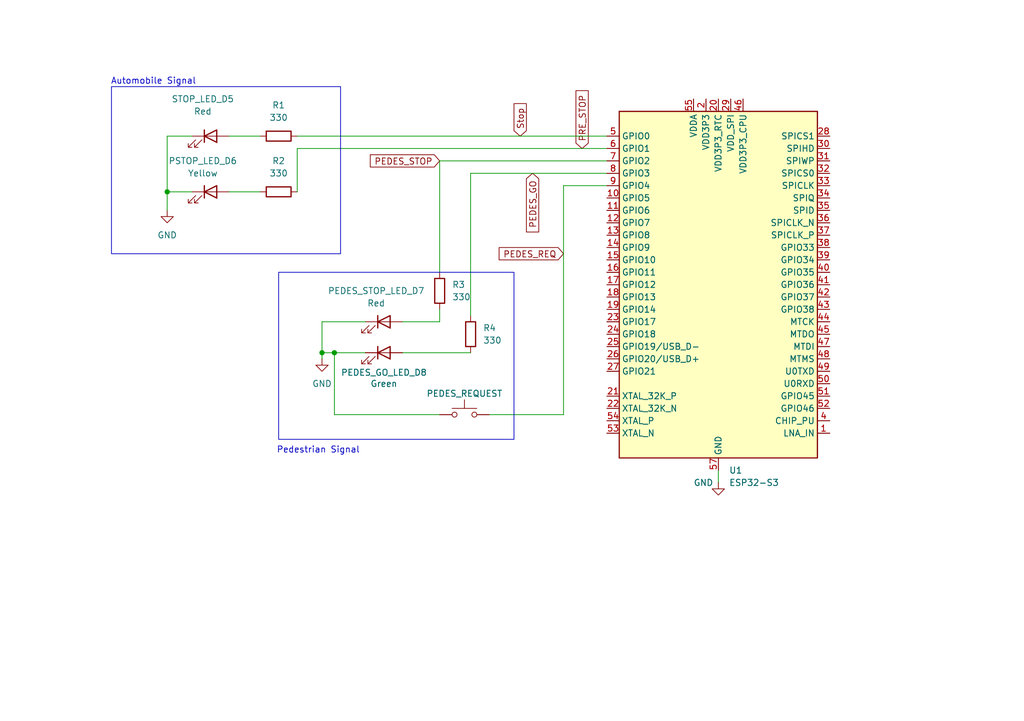
<source format=kicad_sch>
(kicad_sch (version 20231120) (generator "eeschema") (generator_version "8.0")
  (paper "A5")
  (title_block (title "4-junction (single lane) intersection traffic light") (date "2025-03-20") (rev "1") (company "AZDZ-Club") (comment 1 "New Internation Students 101 [workshop]") (comment 2 "Birnadin Erick"))
  (lib_symbols
    (symbol "Device:LED" (pin_numbers hide) (pin_names (offset 1.016) hide)
      (property "Reference" "D" (at 0 2.54 0))
      (property "Value" "LED" (at 0 -2.54 0))
      (symbol "LED_0_1"
        (polyline (pts (xy -1.27 -1.27) (xy -1.27 1.27)) (stroke (width 0.254)))
        (polyline (pts (xy -1.27 0) (xy 1.27 0)))
        (polyline (pts (xy 1.27 -1.27) (xy 1.27 1.27) (xy -1.27 0) (xy 1.27 -1.27)) (stroke (width 0.254)))
        (polyline (pts (xy -3.048 -0.762) (xy -4.572 -2.286) (xy -3.81 -2.286) (xy -4.572 -2.286) (xy -4.572 -1.524)))
        (polyline (pts (xy -1.778 -0.762) (xy -3.302 -2.286) (xy -2.54 -2.286) (xy -3.302 -2.286) (xy -3.302 -1.524)))
      )
      (symbol "LED_1_1"
        (pin passive line (at -3.81 0 0) (length 2.54) (name "K") (number "1"))
        (pin passive line (at 3.81 0 180) (length 2.54) (name "A") (number "2"))
      )
    )
    (symbol "Device:R" (pin_numbers hide) (pin_names (offset 0))
      (property "Reference" "R" (at 2.032 0 90))
      (property "Value" "R" (at 0 0 90))
      (symbol "R_0_1"
        (rectangle (start -1.016 -2.54) (end 1.016 2.54) (stroke (width 0.254)))
      )
      (symbol "R_1_1"
        (pin passive line (at 0 3.81 270) (length 1.27) (name "~") (number "1"))
        (pin passive line (at 0 -3.81 90) (length 1.27) (name "~") (number "2"))
      )
    )
    (symbol "MCU_Espressif:ESP32-S3"
      (property "Reference" "U" (at 10.16 -38.1 0))
      (property "Value" "ESP32-S3" (at 13.97 -40.64 0))
      (symbol "ESP32-S3_0_1"
        (rectangle (start -20.32 35.56) (end 20.32 -35.56) (stroke (width 0.254)) (fill (type background)))
      )
      (symbol "ESP32-S3_1_0"
        (pin bidirectional line (at 22.86 12.7 180) (length 2.54) (name "SPICLK_N") (number "36"))
        (pin bidirectional line (at 22.86 -10.16 180) (length 2.54) (name "MTDO") (number "45"))
        (pin bidirectional line (at 22.86 -22.86 180) (length 2.54) (name "GPIO45") (number "51"))
        (pin passive line (at -5.08 38.1 270) (length 2.54) hide (name "VDDA") (number "56"))
      )
      (symbol "ESP32-S3_1_1"
        (pin bidirectional line (at 22.86 -30.48 180) (length 2.54) (name "LNA_IN") (number "1"))
        (pin bidirectional line (at -22.86 17.78 0) (length 2.54) (name "GPIO5") (number "10"))
        (pin bidirectional line (at -22.86 15.24 0) (length 2.54) (name "GPIO6") (number "11"))
        (pin bidirectional line (at -22.86 12.7 0) (length 2.54) (name "GPIO7") (number "12"))
        (pin bidirectional line (at -22.86 10.16 0) (length 2.54) (name "GPIO8") (number "13"))
        (pin bidirectional line (at -22.86 7.62 0) (length 2.54) (name "GPIO9") (number "14"))
        (pin bidirectional line (at -22.86 5.08 0) (length 2.54) (name "GPIO10") (number "15"))
        (pin bidirectional line (at -22.86 2.54 0) (length 2.54) (name "GPIO11") (number "16"))
        (pin bidirectional line (at -22.86 0 0) (length 2.54) (name "GPIO12") (number "17"))
        (pin bidirectional line (at -22.86 -2.54 0) (length 2.54) (name "GPIO13") (number "18"))
        (pin bidirectional line (at -22.86 -5.08 0) (length 2.54) (name "GPIO14") (number "19"))
        (pin power_in line (at -2.54 38.1 270) (length 2.54) (name "VDD3P3") (number "2"))
        (pin power_in line (at 0 38.1 270) (length 2.54) (name "VDD3P3_RTC") (number "20"))
        (pin passive line (at -22.86 -22.86 0) (length 2.54) (name "XTAL_32K_P") (number "21"))
        (pin passive line (at -22.86 -25.4 0) (length 2.54) (name "XTAL_32K_N") (number "22"))
        (pin bidirectional line (at -22.86 -7.62 0) (length 2.54) (name "GPIO17") (number "23"))
        (pin bidirectional line (at -22.86 -10.16 0) (length 2.54) (name "GPIO18") (number "24"))
        (pin bidirectional line (at -22.86 -12.7 0) (length 2.54) (name "GPIO19/USB_D-") (number "25"))
        (pin bidirectional line (at -22.86 -15.24 0) (length 2.54) (name "GPIO20/USB_D+") (number "26"))
        (pin bidirectional line (at -22.86 -17.78 0) (length 2.54) (name "GPIO21") (number "27"))
        (pin bidirectional line (at 22.86 30.48 180) (length 2.54) (name "SPICS1") (number "28"))
        (pin power_in line (at 2.54 38.1 270) (length 2.54) (name "VDD_SPI") (number "29"))
        (pin passive line (at -2.54 38.1 270) (length 2.54) hide (name "VDD3P3") (number "3"))
        (pin bidirectional line (at 22.86 27.94 180) (length 2.54) (name "SPIHD") (number "30"))
        (pin bidirectional line (at 22.86 25.4 180) (length 2.54) (name "SPIWP") (number "31"))
        (pin bidirectional line (at 22.86 22.86 180) (length 2.54) (name "SPICS0") (number "32"))
        (pin bidirectional line (at 22.86 20.32 180) (length 2.54) (name "SPICLK") (number "33"))
        (pin bidirectional line (at 22.86 17.78 180) (length 2.54) (name "SPIQ") (number "34"))
        (pin bidirectional line (at 22.86 15.24 180) (length 2.54) (name "SPID") (number "35"))
        (pin bidirectional line (at 22.86 10.16 180) (length 2.54) (name "SPICLK_P") (number "37"))
        (pin bidirectional line (at 22.86 7.62 180) (length 2.54) (name "GPIO33") (number "38"))
        (pin bidirectional line (at 22.86 5.08 180) (length 2.54) (name "GPIO34") (number "39"))
        (pin input line (at 22.86 -27.94 180) (length 2.54) (name "CHIP_PU") (number "4"))
        (pin bidirectional line (at 22.86 2.54 180) (length 2.54) (name "GPIO35") (number "40"))
        (pin bidirectional line (at 22.86 0 180) (length 2.54) (name "GPIO36") (number "41"))
        (pin bidirectional line (at 22.86 -2.54 180) (length 2.54) (name "GPIO37") (number "42"))
        (pin bidirectional line (at 22.86 -5.08 180) (length 2.54) (name "GPIO38") (number "43"))
        (pin bidirectional line (at 22.86 -7.62 180) (length 2.54) (name "MTCK") (number "44"))
        (pin power_in line (at 5.08 38.1 270) (length 2.54) (name "VDD3P3_CPU") (number "46"))
        (pin bidirectional line (at 22.86 -12.7 180) (length 2.54) (name "MTDI") (number "47"))
        (pin bidirectional line (at 22.86 -15.24 180) (length 2.54) (name "MTMS") (number "48"))
        (pin bidirectional line (at 22.86 -17.78 180) (length 2.54) (name "U0TXD") (number "49"))
        (pin bidirectional line (at -22.86 30.48 0) (length 2.54) (name "GPIO0") (number "5"))
        (pin bidirectional line (at 22.86 -20.32 180) (length 2.54) (name "U0RXD") (number "50"))
        (pin bidirectional line (at 22.86 -25.4 180) (length 2.54) (name "GPIO46") (number "52"))
        (pin output line (at -22.86 -30.48 0) (length 2.54) (name "XTAL_N") (number "53"))
        (pin input line (at -22.86 -27.94 0) (length 2.54) (name "XTAL_P") (number "54"))
        (pin power_in line (at -5.08 38.1 270) (length 2.54) (name "VDDA") (number "55"))
        (pin power_in line (at 0 -38.1 90) (length 2.54) (name "GND") (number "57"))
        (pin bidirectional line (at -22.86 27.94 0) (length 2.54) (name "GPIO1") (number "6"))
        (pin bidirectional line (at -22.86 25.4 0) (length 2.54) (name "GPIO2") (number "7"))
        (pin bidirectional line (at -22.86 22.86 0) (length 2.54) (name "GPIO3") (number "8"))
        (pin bidirectional line (at -22.86 20.32 0) (length 2.54) (name "GPIO4") (number "9"))
      )
    )
    (symbol "Switch:SW_Push" (pin_numbers hide) (pin_names (offset 1.016) hide)
      (property "Reference" "SW" (at 1.27 2.54 0))
      (property "Value" "SW_Push" (at 0 -1.524 0))
      (symbol "SW_Push_0_1"
        (circle (center -2.032 0) (radius 0.508))
        (polyline (pts (xy 0 1.27) (xy 0 3.048)))
        (polyline (pts (xy 2.54 1.27) (xy -2.54 1.27)))
        (circle (center 2.032 0) (radius 0.508))
        (pin passive line (at -5.08 0 0) (length 2.54) (name "1") (number "1"))
        (pin passive line (at 5.08 0 180) (length 2.54) (name "2") (number "2"))
      )
    )
    (symbol "power:GND" (power) (pin_numbers hide) (pin_names (offset 0) hide)
      (property "Value" "GND" (at 0 -3.81 0))
      (symbol "GND_0_1"
        (polyline (pts (xy 0 0) (xy 0 -1.27) (xy 1.27 -1.27) (xy 0 -2.54) (xy -1.27 -1.27) (xy 0 -1.27)))
      )
      (symbol "GND_1_1"
        (pin power_in line (at 0 0 270) (length 0) (name "~") (number "1"))
      )
    )
  )
  (junction (at 66.04 72.39))
  (junction (at 34.29 39.37))
  (junction (at 68.58 72.39))
  (wire (pts (xy 60.96 27.94) (xy 124.46 27.94)))
  (wire (pts (xy 34.29 27.94) (xy 34.29 39.37)))
  (wire (pts (xy 115.57 38.1) (xy 124.46 38.1)))
  (wire (pts (xy 34.29 39.37) (xy 39.37 39.37)))
  (wire (pts (xy 60.96 30.48) (xy 60.96 39.37)))
  (wire (pts (xy 147.32 96.52) (xy 147.32 99.06)))
  (wire (pts (xy 68.58 72.39) (xy 74.93 72.39)))
  (wire (pts (xy 82.55 72.39) (xy 96.52 72.39)))
  (wire (pts (xy 90.17 33.02) (xy 90.17 55.88)))
  (wire (pts (xy 124.46 33.02) (xy 90.17 33.02)))
  (wire (pts (xy 66.04 66.04) (xy 66.04 72.39)))
  (wire (pts (xy 74.93 66.04) (xy 66.04 66.04)))
  (wire (pts (xy 115.57 85.09) (xy 115.57 38.1)))
  (wire (pts (xy 46.99 27.94) (xy 53.34 27.94)))
  (wire (pts (xy 39.37 27.94) (xy 34.29 27.94)))
  (wire (pts (xy 66.04 72.39) (xy 66.04 73.66)))
  (wire (pts (xy 68.58 85.09) (xy 68.58 72.39)))
  (wire (pts (xy 66.04 72.39) (xy 68.58 72.39)))
  (wire (pts (xy 96.52 35.56) (xy 96.52 64.77)))
  (wire (pts (xy 90.17 63.5) (xy 90.17 66.04)))
  (wire (pts (xy 46.99 39.37) (xy 53.34 39.37)))
  (wire (pts (xy 124.46 35.56) (xy 96.52 35.56)))
  (wire (pts (xy 34.29 39.37) (xy 34.29 43.18)))
  (wire (pts (xy 100.33 85.09) (xy 115.57 85.09)))
  (wire (pts (xy 60.96 30.48) (xy 124.46 30.48)))
  (wire (pts (xy 90.17 85.09) (xy 68.58 85.09)))
  (wire (pts (xy 90.17 66.04) (xy 82.55 66.04)))
  (rectangle (start 57.15 55.88) (end 105.41 90.17))
  (rectangle (start 22.86 17.78) (end 69.85 52.07))
  (text "Automobile Signal" (at 31.496 16.764 0) (effects (font (size 1.27 1.27))))
  (text "Pedestrian Signal" (at 65.278 92.456 0) (effects (font (size 1.27 1.27))))
  (global_label "PEDES_REQ" (shape input) (at 115.57 52.07 180) (property "Intersheetrefs" "${INTERSHEET_REFS}" (effects (hide yes))))
  (global_label "PEDES_STOP" (shape input) (at 90.17 33.02 180) (property "Intersheetrefs" "${INTERSHEET_REFS}" (effects (hide yes))))
  (global_label "PRE_STOP" (shape input) (at 119.38 30.48 90) (property "Intersheetrefs" "${INTERSHEET_REFS}" (effects (hide yes))))
  (global_label "PEDES_GO" (shape input) (at 109.22 35.56 270) (property "Intersheetrefs" "${INTERSHEET_REFS}" (effects (hide yes))))
  (global_label "Stop" (shape input) (at 106.68 27.94 90) (property "Intersheetrefs" "${INTERSHEET_REFS}" (effects (hide yes))))
  (symbol (lib_id "Device:LED") (at 43.18 27.94 0) (unit 1)
    (property "Reference" "STOP_LED_D5" (at 41.5925 20.32 0))
    (property "Value" "Red" (at 41.5925 22.86 0))
    (property "Description" "Light emitting diode" (effects (hide yes)))
  )
  (symbol (lib_id "Device:R") (at 57.15 27.94 90) (unit 1)
    (property "Reference" "R1" (at 57.15 21.59 90))
    (property "Value" "330" (at 57.15 24.13 90))
    (property "Description" "Resistor" (effects (hide yes)))
  )
  (symbol (lib_id "power:GND") (at 66.04 73.66 0) (unit 1)
    (property "Reference" "#PWR2" (effects (hide yes)))
    (property "Value" "GND" (at 66.04 78.74 0))
    (property "Description" "Power symbol creates a global label with name \"GND\" , ground" (effects (hide yes)))
  )
  (symbol (lib_id "Device:LED") (at 43.18 39.37 0) (unit 1)
    (property "Reference" "PSTOP_LED_D6" (at 41.5925 33.02 0))
    (property "Value" "Yellow" (at 41.5925 35.56 0))
    (property "Description" "Light emitting diode" (effects (hide yes)))
  )
  (symbol (lib_id "Device:R") (at 90.17 59.69 180) (unit 1)
    (property "Reference" "R3" (at 92.71 58.4199 0) (effects (justify right)))
    (property "Value" "330" (at 92.71 60.9599 0) (effects (justify right)))
    (property "Description" "Resistor" (effects (hide yes)))
  )
  (symbol (lib_id "Device:LED") (at 78.74 66.04 0) (unit 1)
    (property "Reference" "PEDES_STOP_LED_D7" (at 77.1525 59.69 0))
    (property "Value" "Red" (at 77.1525 62.23 0))
    (property "Description" "Light emitting diode" (effects (hide yes)))
  )
  (symbol (lib_id "MCU_Espressif:ESP32-S3") (at 147.32 58.42 0) (unit 1)
    (property "Reference" "U1" (at 149.5141 96.52 0) (effects (justify left)))
    (property "Value" "ESP32-S3" (at 149.5141 99.06 0) (effects (justify left)))
    (property "Footprint" "Package_DFN_QFN:QFN-56-1EP_7x7mm_P0.4mm_EP4x4mm" (effects (hide yes)))
    (property "Datasheet" "https://www.espressif.com/sites/default/files/documentation/esp32-s3_datasheet_en.pdf" (effects (hide yes)))
    (property "Description" "Microcontroller, Wi-Fi 802.11b/g/n, Bluetooth, 32bit" (effects (hide yes)))
  )
  (symbol (lib_id "power:GND") (at 147.32 99.06 0) (unit 1)
    (property "Reference" "#PWR3" (effects (hide yes)))
    (property "Value" "GND" (at 144.272 99.06 0))
    (property "Description" "Power symbol creates a global label with name \"GND\" , ground" (effects (hide yes)))
  )
  (symbol (lib_id "Device:R") (at 96.52 68.58 180) (unit 1)
    (property "Reference" "R4" (at 99.06 67.3099 0) (effects (justify right)))
    (property "Value" "330" (at 99.06 69.8499 0) (effects (justify right)))
    (property "Description" "Resistor" (effects (hide yes)))
  )
  (symbol (lib_id "Device:LED") (at 78.74 72.39 0) (unit 1)
    (property "Reference" "PEDES_GO_LED_D8" (at 78.74 76.454 0))
    (property "Value" "Green" (at 78.74 78.74 0))
    (property "Description" "Light emitting diode" (effects (hide yes)))
  )
  (symbol (lib_id "power:GND") (at 34.29 43.18 0) (unit 1)
    (property "Reference" "#PWR1" (effects (hide yes)))
    (property "Value" "GND" (at 34.29 48.26 0))
    (property "Description" "Power symbol creates a global label with name \"GND\" , ground" (effects (hide yes)))
  )
  (symbol (lib_id "Switch:SW_Push") (at 95.25 85.09 0) (unit 1)
    (property "Reference" "PEDES_REQUEST" (at 95.25 80.772 0))
    (property "Value" "SW_Push" (effects (hide yes)))
    (property "Description" "Push button switch, generic, two pins" (effects (hide yes)))
  )
  (symbol (lib_id "Device:R") (at 57.15 39.37 90) (unit 1)
    (property "Reference" "R2" (at 57.15 33.02 90))
    (property "Value" "330" (at 57.15 35.56 90))
    (property "Description" "Resistor" (effects (hide yes)))
  )
)
</source>
